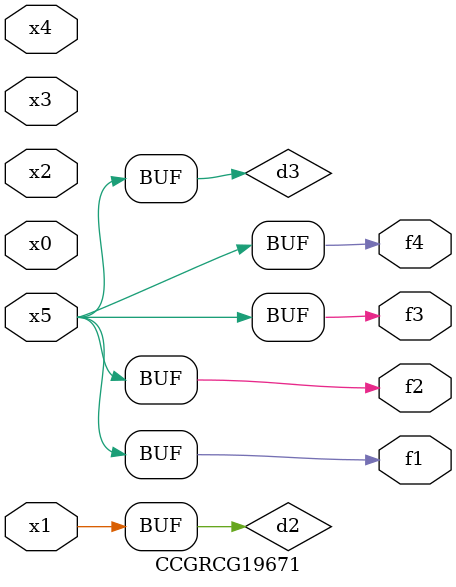
<source format=v>
module CCGRCG19671(
	input x0, x1, x2, x3, x4, x5,
	output f1, f2, f3, f4
);

	wire d1, d2, d3;

	not (d1, x5);
	or (d2, x1);
	xnor (d3, d1);
	assign f1 = d3;
	assign f2 = d3;
	assign f3 = d3;
	assign f4 = d3;
endmodule

</source>
